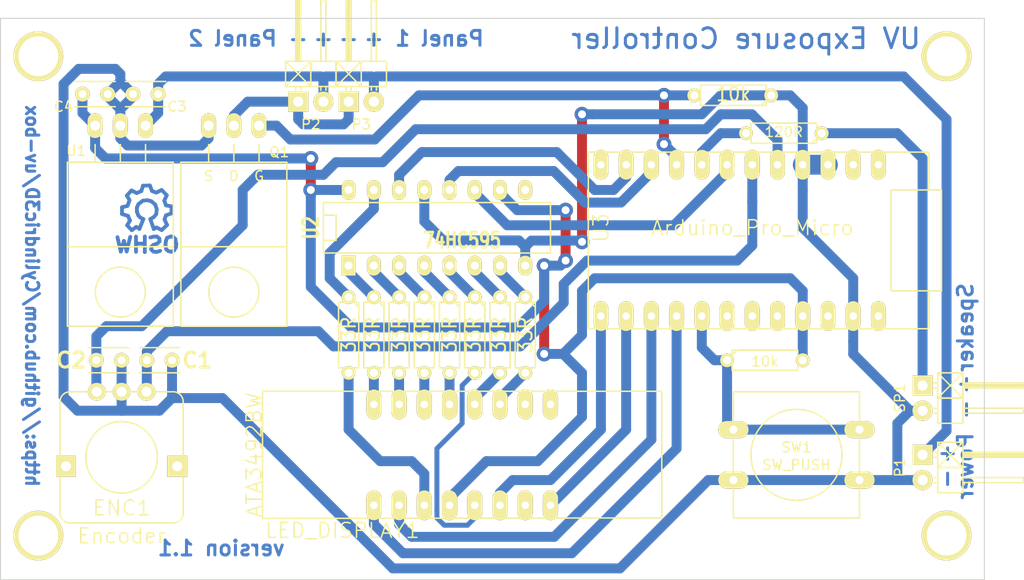
<source format=kicad_pcb>
(kicad_pcb (version 20221018) (generator pcbnew)
  (title_block (title "UV Exposure Box - Controller Board") (date "20 December 2014") (rev "1.1"))
  (layers (0 "F.Cu" signal) (31 "B.Cu" signal) (34 "B.Paste" user) (35 "F.Paste" user) (36 "B.SilkS" user "B.Silkscreen") (37 "F.SilkS" user "F.Silkscreen") (38 "B.Mask" user) (39 "F.Mask" user) (44 "Edge.Cuts" user))
  (net 0 "")
  (net 1 "GND")
  (net 2 "/D2")
  (net 3 "/D3")
  (net 4 "/D4")
  (net 5 "/D10")
  (net 6 "/D16")
  (net 7 "/D14")
  (net 8 "/D15")
  (net 9 "+12V")
  (net 10 "/D")
  (net 11 "/E")
  (net 12 "/B")
  (net 13 "/G")
  (net 14 "/A")
  (net 15 "/C")
  (net 16 "/F")
  (net 17 "VCC")
  (net 18 "/COL")
  (net 19 "Net-(LED_DISPLAY1-Pad14)")
  (net 20 "Net-(LED_DISPLAY1-Pad16)")
  (net 21 "Net-(LED_DISPLAY1-Pad13)")
  (net 22 "Net-(LED_DISPLAY1-Pad3)")
  (net 23 "Net-(LED_DISPLAY1-Pad5)")
  (net 24 "Net-(LED_DISPLAY1-Pad11)")
  (net 25 "Net-(LED_DISPLAY1-Pad15)")
  (net 26 "/D8")
  (net 27 "/D6")
  (net 28 "/12VGND")
  (net 29 "Net-(R12-Pad1)")
  (net 30 "Net-(LED_DISPLAY1-Pad12)")
  (net 31 "/D7")
  (net 32 "/PWM5")
  (net 33 "/D18")
  (footprint "Capacitors_ThroughHole:Capacitor4x3RM2.5" (layer "F.Cu") (at 63.5 50.165)
    (fp_text reference "C1")
    (fp_text value "0.1µF" hide)
  )
  (footprint "Capacitors_ThroughHole:Capacitor4x3RM2.5" (layer "F.Cu") (at 60.96 50.165 180)
    (fp_text reference "C2")
    (fp_text value "0.1µF" hide)
  )
  (footprint "Cylindric:ALPS_Encoder-EC12E2420404" (layer "F.Cu") (at 60.96 53.34 180)
    (fp_text reference "ENC1")
    (fp_text value "Encoder")
  )
  (footprint "Discret:SW_PUSH-12mm" (layer "F.Cu") (at 128.905 59.69)
    (fp_text reference "SW1")
    (fp_text value "SW_PUSH")
  )
  (footprint "Discret:R3" (layer "F.Cu") (at 122.555 23.495 180)
    (fp_text reference "R4" hide)
    (fp_text value "10k")
  )
  (footprint "Connect:1pin" (layer "F.Cu") (at 52.578 67.818)
    (fp_text reference "1pin" hide)
    (fp_text value "VAL**" hide)
  )
  (footprint "Connect:1pin" (layer "F.Cu") (at 52.578 19.558)
    (fp_text reference "1pin" hide)
    (fp_text value "VAL**" hide)
  )
  (footprint "Connect:1pin" (layer "F.Cu") (at 144.018 67.818)
    (fp_text reference "1pin" hide)
    (fp_text value "VAL**" hide)
  )
  (footprint "Connect:1pin" (layer "F.Cu") (at 144.018 19.558)
    (fp_text reference "1pin" hide)
    (fp_text value "VAL**" hide)
  )
  (footprint "Cylindric:4_Digit-7_Segment_LED-ATA3492BW" (layer "F.Cu") (at 95.25 59.69)
    (fp_text reference "LED_DISPLAY1")
    (fp_text value "ATA3492BW")
  )
  (footprint "Discret:R3" (layer "F.Cu") (at 127.635 27.305 180)
    (fp_text reference "R12" hide)
    (fp_text value "120R")
  )
  (footprint "Pin_Headers:Pin_Header_Angled_1x02" (layer "F.Cu") (at 141.605 53.975 -90)
    (fp_text reference "SP1")
    (fp_text value "PIEZO" hide)
  )
  (footprint "Pin_Headers:Pin_Header_Angled_1x02" (layer "F.Cu") (at 141.605 60.96 -90)
    (fp_text reference "P1")
    (fp_text value "POWER" hide)
  )
  (footprint "Pin_Headers:Pin_Header_Angled_1x02" (layer "F.Cu") (at 80.01 24.13)
    (fp_text reference "P2")
    (fp_text value "PANEL_1" hide)
  )
  (footprint "Pin_Headers:Pin_Header_Angled_1x02" (layer "F.Cu") (at 85.09 24.13)
    (fp_text reference "P3")
    (fp_text value "PANEL_2" hide)
  )
  (footprint "Transistors_TO-220:TO-220_Neutral123_Horizontal" (layer "F.Cu") (at 60.833 26.543 180)
    (fp_text reference "U1")
    (fp_text value "LM7805CT" hide)
  )
  (footprint "Capacitors_ThroughHole:Capacitor4x3RM2.5" (layer "F.Cu") (at 64.643 23.368 180)
    (fp_text reference "C3")
    (fp_text value "0.33µF" hide)
  )
  (footprint "Capacitors_ThroughHole:Capacitor4x3RM2.5" (layer "F.Cu") (at 57.023 23.368)
    (fp_text reference "C4")
    (fp_text value "0.1µF" hide)
  )
  (footprint "Transistors_TO-220:TO-220_FET-GDS_Horizontal" (layer "F.Cu") (at 72.263 26.543 180)
    (fp_text reference "Q1")
    (fp_text value "P55NF" hide)
  )
  (footprint "Sockets_DIP:DIP-16__300" (layer "F.Cu") (at 92.71 36.83)
    (fp_text reference "U2")
    (fp_text value "74HC595")
  )
  (footprint "Discret:R3" (layer "F.Cu") (at 125.73 50.165)
    (fp_text reference "R2" hide)
    (fp_text value "10k")
  )
  (footprint "Cylindric:ArduinoProMicro" (layer "F.Cu") (at 132.08 38.1 -90)
    (fp_text reference "U3")
    (fp_text value "Arduino_Pro_Micro")
  )
  (footprint "Discret:R3" (layer "F.Cu") (at 101.6 47.625 -90)
    (fp_text reference "R10" hide)
    (fp_text value "33R")
  )
  (footprint "Discret:R3" (layer "F.Cu") (at 99.06 47.625 -90)
    (fp_text reference "R1" hide)
    (fp_text value "33R")
  )
  (footprint "Discret:R3" (layer "F.Cu") (at 96.52 47.625 -90)
    (fp_text reference "R9" hide)
    (fp_text value "33R")
  )
  (footprint "Discret:R3" (layer "F.Cu") (at 93.98 47.625 -90)
    (fp_text reference "R7" hide)
    (fp_text value "33R")
  )
  (footprint "Discret:R3" (layer "F.Cu") (at 91.44 47.625 -90)
    (fp_text reference "R5" hide)
    (fp_text value "33R")
  )
  (footprint "Discret:R3" (layer "F.Cu") (at 88.9 47.625 -90)
    (fp_text reference "R11" hide)
    (fp_text value "33R")
  )
  (footprint "Discret:R3" (layer "F.Cu") (at 86.36 47.625 -90)
    (fp_text reference "R6" hide)
    (fp_text value "33R")
  )
  (footprint "Discret:R3" (layer "F.Cu") (at 83.82 47.625 -90)
    (fp_text reference "R8" hide)
    (fp_text value "33R")
  )
  (footprint "Symbols:Symbol_OSHW-Logo_CopperTop" (layer "B.Cu") (at 63.5 35.052 180)
    (fp_text reference "Symbol_OSHW-Logo_CopperTop" hide)
    (fp_text value "VAL**" hide)
  )
  (gr_line (start 48.768 15.748) (end 147.828 15.748) (stroke (width 0.1)) (layer "Edge.Cuts"))
  (gr_line (start 147.828 72.263) (end 147.828 15.748) (stroke (width 0.1)) (layer "Edge.Cuts"))
  (gr_line (start 48.768 72.263) (end 147.828 72.263) (stroke (width 0.1)) (layer "Edge.Cuts"))
  (gr_line (start 48.768 15.748) (end 48.768 72.263) (stroke (width 0.1)) (layer "Edge.Cuts"))
  (gr_text "-" (at 83.82 17.78) (layer "B.Cu") (effects (font (size 1.5 1.5) (thickness 0.3)) (justify mirror)))
  (gr_text "Speaker" (at 145.923 46.863 90) (layer "B.Cu") (effects (font (size 1.5 1.5) (thickness 0.3)) (justify mirror)))
  (gr_text "-" (at 78.74 17.78) (layer "B.Cu") (effects (font (size 1.5 1.5) (thickness 0.3)) (justify mirror)))
  (gr_text "Panel 2" (at 72.136 17.78) (layer "B.Cu") (effects (font (size 1.5 1.5) (thickness 0.3)) (justify mirror)))
  (gr_text "-" (at 144.018 62.103 90) (layer "B.Cu") (effects (font (size 1.5 1.5) (thickness 0.3)) (justify mirror)))
  (gr_text "UV Exposure Controller" (at 123.825 17.78) (layer "B.Cu") (effects (font (size 2 2) (thickness 0.3)) (justify mirror)))
  (gr_text "+" (at 145.923 52.578 90) (layer "B.Cu") (effects (font (size 1.5 1.5) (thickness 0.3)) (justify mirror)))
  (gr_text "+" (at 86.36 17.78) (layer "B.Cu") (effects (font (size 1.5 1.5) (thickness 0.3)) (justify mirror)))
  (gr_text "Power" (at 145.923 60.833 90) (layer "B.Cu") (effects (font (size 1.5 1.5) (thickness 0.3)) (justify mirror)))
  (gr_text "+" (at 144.018 59.563 90) (layer "B.Cu") (effects (font (size 1.5 1.5) (thickness 0.3)) (justify mirror)))
  (gr_text "Panel 1" (at 92.964 17.78) (layer "B.Cu") (effects (font (size 1.5 1.5) (thickness 0.3)) (justify mirror)))
  (gr_text "-" (at 145.923 55.118 90) (layer "B.Cu") (effects (font (size 1.5 1.5) (thickness 0.3)) (justify mirror)))
  (gr_text "version 1.1" (at 70.993 69.088) (layer "B.Cu") (effects (font (size 1.5 1.5) (thickness 0.3)) (justify mirror)))
  (gr_text "https://github.com/Cylindric3D/uv-box" (at 51.943 43.688 270) (layer "B.Cu") (effects (font (size 1.25 1.25) (thickness 0.3)) (justify mirror)))
  (gr_text "+" (at 81.28 17.78) (layer "B.Cu") (effects (font (size 1.5 1.5) (thickness 0.3)) (justify mirror)))
  (segment (start 107.315 25.4) (end 107.315 38.241655) (width 1) (layer "F.Cu") (net 1))
  (segment (start 107.315 38.241655) (end 107.317849 38.244504) (width 1) (layer "F.Cu") (net 1))
  (via (at 107.315 25.4) (size 1.5) (drill 0.8) (layers "F.Cu" "B.Cu") (net 1))
  (via (at 107.317849 38.244504) (size 1.5) (drill 0.8) (layers "F.Cu" "B.Cu") (net 1))
  (segment (start 139.065 62.23) (end 135.255 62.23) (width 1) (layer "B.Cu") (net 1))
  (segment (start 60.833 22.098) (end 62.103 23.368) (width 1) (layer "B.Cu") (net 1))
  (segment (start 62.103 23.622) (end 60.833 24.892) (width 1) (layer "B.Cu") (net 1))
  (segment (start 60.833 24.892) (end 60.833 26.543) (width 1) (layer "B.Cu") (net 1))
  (segment (start 59.563 23.622) (end 60.833 24.892) (width 1) (layer "B.Cu") (net 1))
  (segment (start 60.833 21.336) (end 60.325 20.828) (width 1) (layer "B.Cu") (net 1))
  (segment (start 60.325 20.828) (end 56.642 20.828) (width 1) (layer "B.Cu") (net 1))
  (segment (start 56.642 20.828) (end 55.88 21.59) (width 1) (layer "B.Cu") (net 1))
  (segment (start 61.56669 28.54669) (end 60.833 27.813) (width 1) (layer "B.Cu") (net 1))
  (segment (start 134.62 48.26) (end 134.62 46.355) (width 1) (layer "B.Cu") (net 1))
  (segment (start 102.215001 38.119999) (end 107.193344 38.119999) (width 1) (layer "B.Cu") (net 1))
  (segment (start 111.141 71.12) (end 88.265 71.12) (width 1) (layer "B.Cu") (net 1))
  (segment (start 59.563 23.368) (end 59.563 23.622) (width 1) (layer "B.Cu") (net 1))
  (segment (start 55.118 22.352) (end 55.88 21.59) (width 1) (layer "B.Cu") (net 1))
  (segment (start 56.515 55.245) (end 55.118 53.848) (width 1) (layer "B.Cu") (net 1))
  (segment (start 140.335 55.245) (end 139.065 56.515) (width 1) (layer "B.Cu") (net 1))
  (segment (start 100.965 38.1) (end 101.6 38.735) (width 1) (layer "B.Cu") (net 1))
  (segment (start 60.833 27.813) (end 60.833 26.543) (width 1) (layer "B.Cu") (net 1))
  (segment (start 140.208 55.118) (end 140.335 55.245) (width 1) (layer "B.Cu") (net 1))
  (segment (start 66.04 53.086) (end 66.04 50.165) (width 1) (layer "B.Cu") (net 1))
  (segment (start 134.62 41.91) (end 129.54 36.83) (width 1) (layer "B.Cu") (net 1))
  (segment (start 135.255 62.23) (end 122.555 62.23) (width 1) (layer "B.Cu") (net 1))
  (segment (start 93.345 38.1) (end 100.965 38.1) (width 1) (layer "B.Cu") (net 1))
  (segment (start 101.6 40.3385) (end 101.6 38.735) (width 1) (layer "B.Cu") (net 1))
  (segment (start 121.285 23.495) (end 119.38 25.4) (width 1) (layer "B.Cu") (net 1))
  (segment (start 101.6 40.64) (end 101.6 40.3385) (width 1) (layer "B.Cu") (net 1))
  (segment (start 55.118 53.848) (end 55.118 22.352) (width 1) (layer "B.Cu") (net 1))
  (segment (start 120.031 62.23) (end 111.141 71.12) (width 1) (layer "B.Cu") (net 1))
  (segment (start 71.12 53.975) (end 66.04 53.975) (width 1) (layer "B.Cu") (net 1))
  (segment (start 91.44 36.195) (end 93.345 38.1) (width 1) (layer "B.Cu") (net 1))
  (segment (start 108.37566 25.4) (end 107.315 25.4) (width 1) (layer "B.Cu") (net 1))
  (segment (start 56.515 55.245) (end 60.96 55.245) (width 1) (layer "B.Cu") (net 1))
  (segment (start 134.62 49.53) (end 134.62 48.26) (width 1) (layer "B.Cu") (net 1))
  (segment (start 66.04 53.975) (end 64.77 55.245) (width 1) (layer "B.Cu") (net 1))
  (segment (start 141.605 62.23) (end 139.065 62.23) (width 1) (layer "B.Cu") (net 1))
  (segment (start 66.04 50.165) (end 65.913 50.038) (width 1) (layer "B.Cu") (net 1))
  (segment (start 68.98931 28.54669) (end 61.56669 28.54669) (width 1) (layer "B.Cu") (net 1))
  (segment (start 60.96 50.165) (end 60.96 53.34) (width 1) (layer "B.Cu") (net 1))
  (segment (start 69.723 27.813) (end 68.98931 28.54669) (width 1) (layer "B.Cu") (net 1))
  (segment (start 139.065 56.515) (end 139.065 62.23) (width 1) (layer "B.Cu") (net 1))
  (segment (start 126.365 23.495) (end 128.27 23.495) (width 1) (layer "B.Cu") (net 1))
  (segment (start 62.103 23.368) (end 62.103 23.622) (width 1) (layer "B.Cu") (net 1))
  (segment (start 88.265 71.12) (end 71.12 53.975) (width 1) (layer "B.Cu") (net 1))
  (segment (start 107.193344 38.119999) (end 107.317849 38.244504) (width 1) (layer "B.Cu") (net 1))
  (segment (start 101.6 38.735) (end 102.215001 38.119999) (width 1) (layer "B.Cu") (net 1))
  (segment (start 141.605 55.245) (end 140.335 55.245) (width 1) (layer "B.Cu") (net 1))
  (segment (start 134.62 46.355) (end 134.62 45.72) (width 1) (layer "B.Cu") (net 1))
  (segment (start 119.38 25.4) (end 108.37566 25.4) (width 1) (layer "B.Cu") (net 1))
  (segment (start 129.54 24.765) (end 129.54 30.48) (width 1) (layer "B.Cu") (net 1))
  (segment (start 91.44 33.02) (end 91.44 36.195) (width 1) (layer "B.Cu") (net 1))
  (segment (start 64.77 55.245) (end 60.96 55.245) (width 1) (layer "B.Cu") (net 1))
  (segment (start 134.62 45.72) (end 134.62 41.91) (width 1) (layer "B.Cu") (net 1))
  (segment (start 129.54 36.83) (end 129.54 33.02) (width 1) (layer "B.Cu") (net 1))
  (segment (start 140.335 55.245) (end 134.62 49.53) (width 1) (layer "B.Cu") (net 1))
  (segment (start 129.54 33.02) (end 129.54 30.48) (width 1) (layer "B.Cu") (net 1))
  (segment (start 66.04 53.975) (end 66.04 53.086) (width 1) (layer "B.Cu") (net 1))
  (segment (start 126.365 23.495) (end 121.285 23.495) (width 1) (layer "B.Cu") (net 1))
  (segment (start 59.563 23.368) (end 60.833 22.098) (width 1) (layer "B.Cu") (net 1))
  (segment (start 128.27 23.495) (end 129.54 24.765) (width 1) (layer "B.Cu") (net 1))
  (segment (start 122.555 62.23) (end 120.031 62.23) (width 1) (layer "B.Cu") (net 1))
  (segment (start 60.833 22.098) (end 60.833 21.336) (width 1) (layer "B.Cu") (net 1))
  (segment (start 129.54 30.48) (end 132.08 30.48) (width 2) (layer "B.Cu") (net 1))
  (segment (start 69.723 26.543) (end 69.723 27.813) (width 1) (layer "B.Cu") (net 1))
  (segment (start 60.96 55.245) (end 60.96 53.34) (width 1) (layer "B.Cu") (net 1))
  (segment (start 58.42 53.3) (end 58.46 53.34) (width 1) (layer "B.Cu") (net 2))
  (segment (start 126.758 30.238) (end 127 30.48) (width 1) (layer "B.Cu") (net 2))
  (segment (start 58.42 50.165) (end 58.42 53.3) (width 1) (layer "B.Cu") (net 2))
  (segment (start 90.570999 26.904001) (end 119.780999 26.904001) (width 1) (layer "B.Cu") (net 2))
  (segment (start 81.28 31.496) (end 82.55 30.226) (width 1) (layer "B.Cu") (net 2))
  (segment (start 58.42 47.752) (end 59.436 46.736) (width 1) (layer "B.Cu") (net 2))
  (segment (start 73.152 36.576) (end 73.152 33.02) (width 1) (layer "B.Cu") (net 2))
  (segment (start 119.780999 26.904001) (end 121.285 25.4) (width 1) (layer "B.Cu") (net 2))
  (segment (start 87.249 30.226) (end 90.570999 26.904001) (width 1) (layer "B.Cu") (net 2))
  (segment (start 74.676 31.496) (end 81.28 31.496) (width 1) (layer "B.Cu") (net 2))
  (segment (start 59.436 46.736) (end 62.992 46.736) (width 1) (layer "B.Cu") (net 2))
  (segment (start 73.152 33.02) (end 74.676 31.496) (width 1) (layer "B.Cu") (net 2))
  (segment (start 124.42 25.4) (end 127 27.98) (width 1) (layer "B.Cu") (net 2))
  (segment (start 127 27.98) (end 127 30.48) (width 1) (layer "B.Cu") (net 2))
  (segment (start 121.285 25.4) (end 124.42 25.4) (width 1) (layer "B.Cu") (net 2))
  (segment (start 82.55 30.226) (end 87.249 30.226) (width 1) (layer "B.Cu") (net 2))
  (segment (start 58.42 50.165) (end 58.42 47.752) (width 1) (layer "B.Cu") (net 2))
  (segment (start 62.992 46.736) (end 73.152 36.576) (width 1) (layer "B.Cu") (net 2))
  (segment (start 124.46 34.036) (end 124.206 34.29) (width 0.5) (layer "B.Cu") (net 3))
  (segment (start 101.092 48.768) (end 105.344218 44.515782) (width 1) (layer "B.Cu") (net 3))
  (segment (start 63.5 50.165) (end 63.5 53.3) (width 1) (layer "B.Cu") (net 3))
  (segment (start 105.475782 44.384218) (end 105.475782 42.479218) (width 1) (layer "B.Cu") (net 3))
  (segment (start 105.475782 42.479218) (end 107.823 40.132) (width 1) (layer "B.Cu") (net 3))
  (segment (start 80.772 47.244) (end 82.296 48.768) (width 1) (layer "B.Cu") (net 3))
  (segment (start 63.5 50.165) (end 63.5 49.276) (width 1) (layer "B.Cu") (net 3))
  (segment (start 105.475782 44.515782) (end 105.475782 44.384218) (width 0.5) (layer "B.Cu") (net 3))
  (segment (start 65.532 47.244) (end 80.772 47.244) (width 1) (layer "B.Cu") (net 3))
  (segment (start 124.46 38.608) (end 124.46 34.036) (width 1) (layer "B.Cu") (net 3))
  (segment (start 124.46 34.29) (end 124.46 30.48) (width 1) (layer "B.Cu") (net 3))
  (segment (start 122.936 40.132) (end 124.46 38.608) (width 1) (layer "B.Cu") (net 3))
  (segment (start 63.5 49.276) (end 65.532 47.244) (width 1) (layer "B.Cu") (net 3))
  (segment (start 82.296 48.768) (end 101.092 48.768) (width 1) (layer "B.Cu") (net 3))
  (segment (start 63.5 53.3) (end 63.46 53.34) (width 1) (layer "B.Cu") (net 3))
  (segment (start 107.823 40.132) (end 122.936 40.132) (width 1) (layer "B.Cu") (net 3))
  (segment (start 121.92 31.23) (end 116.574 36.576) (width 1) (layer "B.Cu") (net 4))
  (segment (start 96.52 33.3215) (end 96.52 33.02) (width 1) (layer "B.Cu") (net 4))
  (segment (start 99.7745 36.576) (end 96.52 33.3215) (width 1) (layer "B.Cu") (net 4))
  (segment (start 121.92 30.48) (end 121.92 31.23) (width 1) (layer "B.Cu") (net 4))
  (segment (start 116.574 36.576) (end 99.7745 36.576) (width 1) (layer "B.Cu") (net 4))
  (segment (start 109.22 45.72) (end 109.22 57.15) (width 1) (layer "B.Cu") (net 5))
  (segment (start 104.14 62.23) (end 100.33 62.23) (width 1) (layer "B.Cu") (net 5))
  (segment (start 100.33 62.23) (end 99.06 63.5) (width 1) (layer "B.Cu") (net 5))
  (segment (start 99.06 63.5) (end 99.06 64.77) (width 1) (layer "B.Cu") (net 5))
  (segment (start 109.22 57.15) (end 104.14 62.23) (width 1) (layer "B.Cu") (net 5))
  (segment (start 111.76 57.15) (end 104.14 64.77) (width 1) (layer "B.Cu") (net 6))
  (segment (start 111.76 45.72) (end 111.76 57.15) (width 1) (layer "B.Cu") (net 6))
  (segment (start 90.17 67.945) (end 104.521 67.945) (width 1) (layer "B.Cu") (net 7))
  (segment (start 114.3 58.166) (end 114.3 45.72) (width 1) (layer "B.Cu") (net 7))
  (segment (start 88.9 64.77) (end 88.9 66.675) (width 1) (layer "B.Cu") (net 7))
  (segment (start 104.521 67.945) (end 114.3 58.166) (width 1) (layer "B.Cu") (net 7))
  (segment (start 88.9 66.675) (end 90.17 67.945) (width 1) (layer "B.Cu") (net 7))
  (segment (start 86.36 64.77) (end 86.36 66.675) (width 1) (layer "B.Cu") (net 8))
  (segment (start 89.281 69.596) (end 106.299 69.596) (width 1) (layer "B.Cu") (net 8))
  (segment (start 116.84 59.055) (end 116.84 45.72) (width 1) (layer "B.Cu") (net 8))
  (segment (start 106.299 69.596) (end 116.84 59.055) (width 1) (layer "B.Cu") (net 8))
  (segment (start 86.36 66.675) (end 89.281 69.596) (width 1) (layer "B.Cu") (net 8))
  (segment (start 64.643 25.273) (end 63.373 26.543) (width 1) (layer "B.Cu") (net 9))
  (segment (start 64.643 23.368) (end 64.643 22.352) (width 1) (layer "B.Cu") (net 9))
  (segment (start 81.026 21.59) (end 81.28 21.844) (width 1) (layer "B.Cu") (net 9))
  (segment (start 86.106 21.59) (end 81.534 21.59) (width 1) (layer "B.Cu") (net 9))
  (segment (start 144.018 25.908) (end 139.7 21.59) (width 1) (layer "B.Cu") (net 9))
  (segment (start 144.018 57.277) (end 144.018 25.908) (width 1) (layer "B.Cu") (net 9))
  (segment (start 64.643 23.368) (end 64.643 25.273) (width 1) (layer "B.Cu") (net 9))
  (segment (start 81.28 21.844) (end 81.28 22.69316) (width 1) (layer "B.Cu") (net 9))
  (segment (start 86.614 21.59) (end 86.36 21.844) (width 1) (layer "B.Cu") (net 9))
  (segment (start 86.36 21.844) (end 86.36 24.13) (width 1) (layer "B.Cu") (net 9))
  (segment (start 141.605 59.69) (end 144.018 57.277) (width 1) (layer "B.Cu") (net 9))
  (segment (start 86.36 21.844) (end 86.106 21.59) (width 1) (layer "B.Cu") (net 9))
  (segment (start 81.28 22.69316) (end 81.28 24.13) (width 1) (layer "B.Cu") (net 9))
  (segment (start 65.405 21.59) (end 81.026 21.59) (width 1) (layer "B.Cu") (net 9))
  (segment (start 139.7 21.59) (end 86.614 21.59) (width 1) (layer "B.Cu") (net 9))
  (segment (start 81.534 21.59) (end 81.28 21.844) (width 1) (layer "B.Cu") (net 9))
  (segment (start 64.643 22.352) (end 65.405 21.59) (width 1) (layer "B.Cu") (net 9))
  (segment (start 86.36 33.02) (end 86.36 34.925) (width 1) (layer "B.Cu") (net 10))
  (segment (start 86.36 34.925) (end 81.915 39.37) (width 1) (layer "B.Cu") (net 10))
  (segment (start 81.915 41.91) (end 83.82 43.815) (width 1) (layer "B.Cu") (net 10))
  (segment (start 81.915 39.37) (end 81.915 41.91) (width 1) (layer "B.Cu") (net 10))
  (segment (start 93.853 40.767) (end 93.98 40.64) (width 1) (layer "B.Cu") (net 11))
  (segment (start 93.98 40.64) (end 93.98 41.275) (width 1) (layer "B.Cu") (net 11))
  (segment (start 93.98 41.275) (end 96.52 43.815) (width 1) (layer "B.Cu") (net 11))
  (segment (start 83.82 40.64) (end 83.82 41.275) (width 1) (layer "B.Cu") (net 12))
  (segment (start 83.82 41.275) (end 86.36 43.815) (width 1) (layer "B.Cu") (net 12))
  (segment (start 86.36 40.64) (end 86.36 41.275) (width 1) (layer "B.Cu") (net 13))
  (segment (start 86.233 40.767) (end 86.36 40.64) (width 1) (layer "B.Cu") (net 13))
  (segment (start 86.36 41.275) (end 88.9 43.815) (width 1) (layer "B.Cu") (net 13))
  (segment (start 88.9 41.275) (end 91.44 43.815) (width 1) (layer "B.Cu") (net 14))
  (segment (start 88.9 40.64) (end 88.9 41.275) (width 1) (layer "B.Cu") (net 14))
  (segment (start 91.44 40.64) (end 91.44 41.275) (width 1) (layer "B.Cu") (net 15))
  (segment (start 91.44 41.275) (end 93.98 43.815) (width 1) (layer "B.Cu") (net 15))
  (segment (start 99.06 41.275) (end 101.6 43.815) (width 1) (layer "B.Cu") (net 16))
  (segment (start 99.06 40.64) (end 98.933 40.767) (width 1) (layer "B.Cu") (net 16))
  (segment (start 99.06 40.64) (end 99.06 41.275) (width 1) (layer "B.Cu") (net 16))
  (segment (start 103.505 40.64) (end 103.505 49.53) (width 1) (layer "F.Cu") (net 17))
  (segment (start 105.664 35.052) (end 105.664 40.132) (width 1) (layer "F.Cu") (net 17))
  (segment (start 80.01 33.02) (end 80.01 29.845) (width 1) (layer "F.Cu") (net 17))
  (via (at 80.01 33.02) (size 1.5) (drill 0.8) (layers "F.Cu" "B.Cu") (net 17))
  (via (at 105.664 40.132) (size 1.5) (drill 0.8) (layers "F.Cu" "B.Cu") (net 17))
  (via (at 103.505 40.64) (size 1.5) (drill 0.8) (layers "F.Cu" "B.Cu") (net 17))
  (via (at 103.505 49.53) (size 1.5) (drill 0.8) (layers "F.Cu" "B.Cu") (net 17))
  (via (at 105.664 35.052) (size 1.5) (drill 0.8) (layers "F.Cu" "B.Cu") (net 17))
  (via (at 80.01 29.845) (size 1.5) (drill 0.8) (layers "F.Cu" "B.Cu") (net 17))
  (segment (start 57.023 25.273) (end 58.293 26.543) (width 1) (layer "B.Cu") (net 17))
  (segment (start 105.156 40.64) (end 105.664 40.132) (width 1) (layer "B.Cu") (net 17))
  (segment (start 59.69 29.845) (end 80.01 29.845) (width 1) (layer "B.Cu") (net 17))
  (segment (start 105.41 49.53) (end 107.315 51.435) (width 1) (layer "B.Cu") (net 17))
  (segment (start 84.083298 46.863) (end 80.01 42.789702) (width 1) (layer "B.Cu") (net 17))
  (segment (start 83.82 33.02) (end 80.01 33.02) (width 1) (layer "B.Cu") (net 17))
  (segment (start 79.381383 29.845) (end 80.01 29.845) (width 1) (layer "B.Cu") (net 17))
  (segment (start 128.27 41.91) (end 108.585 41.91) (width 1) (layer "B.Cu") (net 17))
  (segment (start 129.54 43.18) (end 128.27 41.91) (width 1) (layer "B.Cu") (net 17))
  (segment (start 103.505 44.196) (end 100.838 46.863) (width 1) (layer "B.Cu") (net 17))
  (segment (start 58.293 26.543) (end 58.42 26.67) (width 1) (layer "B.Cu") (net 17))
  (segment (start 80.01 42.789702) (end 80.01 33.648617) (width 1) (layer "B.Cu") (net 17))
  (segment (start 100.838 46.863) (end 84.083298 46.863) (width 1) (layer "B.Cu") (net 17))
  (segment (start 103.505 49.53) (end 103.485578 49.549422) (width 1) (layer "B.Cu") (net 17))
  (segment (start 58.293 28.79268) (end 59.34532 29.845) (width 1) (layer "B.Cu") (net 17))
  (segment (start 103.505 40.64) (end 105.156 40.64) (width 1) (layer "B.Cu") (net 17))
  (segment (start 107.315 47.625) (end 105.41 49.53) (width 1) (layer "B.Cu") (net 17))
  (segment (start 129.54 45.72) (end 129.54 43.18) (width 1) (layer "B.Cu") (net 17))
  (segment (start 100.7905 35.052) (end 99.06 33.3215) (width 1) (layer "B.Cu") (net 17))
  (segment (start 58.293 26.543) (end 58.293 28.79268) (width 1) (layer "B.Cu") (net 17))
  (segment (start 102.87 60.325) (end 97.687 60.325) (width 1) (layer "B.Cu") (net 17))
  (segment (start 99.06 33.02) (end 99.06 33.3215) (width 1) (layer "B.Cu") (net 17))
  (segment (start 107.315 55.88) (end 102.87 60.325) (width 1) (layer "B.Cu") (net 17))
  (segment (start 107.315 51.435) (end 107.315 55.88) (width 1) (layer "B.Cu") (net 17))
  (segment (start 129.54 50.165) (end 129.54 45.72) (width 1) (layer "B.Cu") (net 17))
  (segment (start 108.585 41.91) (end 107.315 43.18) (width 1) (layer "B.Cu") (net 17))
  (segment (start 93.98 64.032) (end 93.98 64.77) (width 1) (layer "B.Cu") (net 17))
  (segment (start 97.687 60.325) (end 93.98 64.032) (width 1) (layer "B.Cu") (net 17))
  (segment (start 100.7905 35.052) (end 104.60334 35.052) (width 1) (layer "B.Cu") (net 17))
  (segment (start 104.60334 35.052) (end 105.664 35.052) (width 1) (layer "B.Cu") (net 17))
  (segment (start 80.01 33.648617) (end 80.01 33.02) (width 1) (layer "B.Cu") (net 17))
  (segment (start 103.505 40.64) (end 103.505 44.196) (width 1) (layer "B.Cu") (net 17))
  (segment (start 105.41 49.53) (end 103.505 49.53) (width 1) (layer "B.Cu") (net 17))
  (segment (start 107.315 43.18) (end 107.315 47.625) (width 1) (layer "B.Cu") (net 17))
  (segment (start 57.023 23.368) (end 57.023 25.273) (width 1) (layer "B.Cu") (net 17))
  (segment (start 59.34532 29.845) (end 79.381383 29.845) (width 1) (layer "B.Cu") (net 17))
  (segment (start 83.82 33.02) (end 82.1215 33.02) (width 1) (layer "B.Cu") (net 17))
  (segment (start 96.52 40.64) (end 96.52 41.275) (width 1) (layer "B.Cu") (net 18))
  (segment (start 96.52 41.275) (end 99.06 43.815) (width 1) (layer "B.Cu") (net 18))
  (segment (start 96.393 40.767) (end 96.52 40.64) (width 1) (layer "B.Cu") (net 18))
  (segment (start 91.44 51.435) (end 91.44 54.61) (width 1) (layer "B.Cu") (net 19))
  (segment (start 86.36 51.435) (end 86.36 54.61) (width 1) (layer "B.Cu") (net 20))
  (segment (start 93.98 51.435) (end 93.98 54.61) (width 1) (layer "B.Cu") (net 21))
  (segment (start 83.82 57.15) (end 86.995 60.325) (width 1) (layer "B.Cu") (net 22))
  (segment (start 86.995 60.325) (end 90.17 60.325) (width 1) (layer "B.Cu") (net 22))
  (segment (start 90.17 60.325) (end 91.44 61.595) (width 1) (layer "B.Cu") (net 22))
  (segment (start 91.44 61.595) (end 91.44 64.77) (width 1) (layer "B.Cu") (net 22))
  (segment (start 83.82 51.435) (end 83.82 57.15) (width 1) (layer "B.Cu") (net 22))
  (segment (start 96.52 66.04) (end 96.52 64.77) (width 0.5) (layer "B.Cu") (net 23))
  (segment (start 92.70601 65.40101) (end 92.71 65.405) (width 0.5) (layer "B.Cu") (net 23))
  (segment (start 92.70601 59.05899) (end 92.70601 65.40101) (width 0.5) (layer "B.Cu") (net 23))
  (segment (start 93.455602 66.77401) (end 95.78599 66.77401) (width 0.5) (layer "B.Cu") (net 23))
  (segment (start 95.78599 66.77401) (end 96.52 66.04) (width 0.5) (layer "B.Cu") (net 23))
  (segment (start 92.71 65.405) (end 92.71 66.04) (width 0.5) (layer "B.Cu") (net 23))
  (segment (start 96.52 51.435) (end 95.25 52.705) (width 0.5) (layer "B.Cu") (net 23))
  (segment (start 93.356592 66.675) (end 93.455602 66.77401) (width 0.5) (layer "B.Cu") (net 23))
  (segment (start 93.345 66.675) (end 93.356592 66.675) (width 0.5) (layer "B.Cu") (net 23))
  (segment (start 92.71 66.04) (end 93.345 66.675) (width 0.5) (layer "B.Cu") (net 23))
  (segment (start 95.24601 56.51899) (end 92.70601 59.05899) (width 0.5) (layer "B.Cu") (net 23))
  (segment (start 95.25 52.705) (end 95.24601 56.51899) (width 0.5) (layer "B.Cu") (net 23))
  (segment (start 99.06 53.975) (end 101.6 51.435) (width 1) (layer "B.Cu") (net 24))
  (segment (start 99.06 54.61) (end 99.06 53.975) (width 1) (layer "B.Cu") (net 24))
  (segment (start 88.9 51.435) (end 88.9 54.61) (width 1) (layer "B.Cu") (net 25))
  (segment (start 111.76 30.48) (end 111.76 31.75) (width 1) (layer "B.Cu") (net 26))
  (segment (start 111.76 31.75) (end 110.49 33.02) (width 1) (layer "B.Cu") (net 26))
  (segment (start 108.585 33.02) (end 104.775 29.21) (width 1) (layer "B.Cu") (net 26))
  (segment (start 104.775 29.21) (end 91.186 29.21) (width 1) (layer "B.Cu") (net 26))
  (segment (start 110.49 33.02) (end 108.585 33.02) (width 1) (layer "B.Cu") (net 26))
  (segment (start 88.9 31.496) (end 88.9 33.02) (width 1) (layer "B.Cu") (net 26))
  (segment (start 91.186 29.21) (end 88.9 31.496) (width 1) (layer "B.Cu") (net 26))
  (segment (start 115.57 23.495) (end 115.57 28.408021) (width 1) (layer "F.Cu") (net 27))
  (via (at 115.57 28.408021) (size 1.5) (drill 0.8) (layers "F.Cu" "B.Cu") (net 27))
  (via (at 115.57 23.495) (size 1.5) (drill 0.8) (layers "F.Cu" "B.Cu") (net 27))
  (segment (start 116.84 30.48) (end 116.84 29.678021) (width 1) (layer "B.Cu") (net 27))
  (segment (start 76.55357 26.543) (end 77.95057 27.94) (width 1) (layer "B.Cu") (net 27))
  (segment (start 116.84 29.678021) (end 116.319999 29.15802) (width 1) (layer "B.Cu") (net 27))
  (segment (start 90.898579 23.495) (end 114.50934 23.495) (width 1) (layer "B.Cu") (net 27))
  (segment (start 114.50934 23.495) (end 115.57 23.495) (width 1) (layer "B.Cu") (net 27))
  (segment (start 118.618 23.495) (end 115.57 23.495) (width 1) (layer "B.Cu") (net 27))
  (segment (start 74.803 26.543) (end 76.55357 26.543) (width 1) (layer "B.Cu") (net 27))
  (segment (start 86.453579 27.94) (end 90.898579 23.495) (width 1) (layer "B.Cu") (net 27))
  (segment (start 116.319999 29.15802) (end 115.57 28.408021) (width 1) (layer "B.Cu") (net 27))
  (segment (start 77.95057 27.94) (end 86.453579 27.94) (width 1) (layer "B.Cu") (net 27))
  (segment (start 83.693 24.257) (end 83.82 24.13) (width 1) (layer "B.Cu") (net 28))
  (segment (start 83.82 24.13) (end 83.82 25.908) (width 1) (layer "B.Cu") (net 28))
  (segment (start 78.74 24.13) (end 73.66 24.13) (width 1) (layer "B.Cu") (net 28))
  (segment (start 83.312 26.416) (end 79.248 26.416) (width 1) (layer "B.Cu") (net 28))
  (segment (start 78.74 25.908) (end 78.74 24.13) (width 1) (layer "B.Cu") (net 28))
  (segment (start 72.263 25.527) (end 72.263 26.543) (width 1) (layer "B.Cu") (net 28))
  (segment (start 79.248 26.416) (end 78.74 25.908) (width 1) (layer "B.Cu") (net 28))
  (segment (start 83.82 25.908) (end 83.312 26.416) (width 1) (layer "B.Cu") (net 28))
  (segment (start 73.66 24.13) (end 72.263 25.527) (width 1) (layer "B.Cu") (net 28))
  (segment (start 131.445 27.305) (end 139.065 27.305) (width 1) (layer "B.Cu") (net 29))
  (segment (start 141.605 29.845) (end 141.605 52.705) (width 1) (layer "B.Cu") (net 29))
  (segment (start 139.065 27.305) (end 141.605 29.845) (width 1) (layer "B.Cu") (net 29))
  (segment (start 96.52 53.975) (end 99.06 51.435) (width 1) (layer "B.Cu") (net 30))
  (segment (start 96.52 54.61) (end 96.52 53.975) (width 1) (layer "B.Cu") (net 30))
  (segment (start 94.869 31.115) (end 93.98 32.004) (width 1) (layer "B.Cu") (net 31))
  (segment (start 104.460922 31.115) (end 94.869 31.115) (width 1) (layer "B.Cu") (net 31))
  (segment (start 93.853 33.2265) (end 93.853 33.528) (width 0.5) (layer "B.Cu") (net 31))
  (segment (start 93.98 32.004) (end 93.98 33.0995) (width 1) (layer "B.Cu") (net 31))
  (segment (start 111.24 34.29) (end 107.635922 34.29) (width 1) (layer "B.Cu") (net 31))
  (segment (start 107.635922 34.29) (end 104.460922 31.115) (width 1) (layer "B.Cu") (net 31))
  (segment (start 114.3 31.23) (end 111.24 34.29) (width 1) (layer "B.Cu") (net 31))
  (segment (start 114.3 30.48) (end 114.3 31.23) (width 1) (layer "B.Cu") (net 31))
  (segment (start 119.38 29.21) (end 119.38 30.48) (width 1) (layer "B.Cu") (net 32))
  (segment (start 123.825 27.305) (end 121.285 27.305) (width 1) (layer "B.Cu") (net 32))
  (segment (start 121.285 27.305) (end 119.38 29.21) (width 1) (layer "B.Cu") (net 32))
  (segment (start 135.89 56.515) (end 135.255 57.15) (width 0.5) (layer "B.Cu") (net 33))
  (segment (start 120.65 50.165) (end 119.38 48.895) (width 1) (layer "B.Cu") (net 33))
  (segment (start 119.38 48.895) (end 119.38 45.72) (width 1) (layer "B.Cu") (net 33))
  (segment (start 121.92 56.515) (end 122.555 57.15) (width 1) (layer "B.Cu") (net 33))
  (segment (start 121.92 50.165) (end 121.92 56.515) (width 1) (layer "B.Cu") (net 33))
  (segment (start 122.682 57.023) (end 122.555 57.15) (width 1) (layer "B.Cu") (net 33))
  (segment (start 121.92 50.165) (end 120.65 50.165) (width 1) (layer "B.Cu") (net 33))
  (segment (start 135.255 57.15) (end 122.555 57.15) (width 1) (layer "B.Cu") (net 33))
)
</source>
